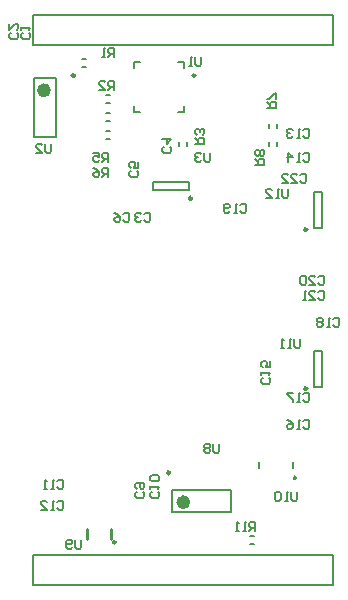
<source format=gbo>
%FSLAX24Y24*%
%MOIN*%
G70*
G01*
G75*
G04 Layer_Color=32896*
%ADD10R,0.0276X0.0354*%
%ADD11R,0.0315X0.0354*%
%ADD12R,0.0354X0.0276*%
%ADD13R,0.0170X0.0520*%
%ADD14R,0.0520X0.0170*%
%ADD15R,0.0217X0.0512*%
%ADD16R,0.0354X0.0315*%
%ADD17R,0.0236X0.0591*%
%ADD18R,0.0413X0.0476*%
%ADD19R,0.1575X0.0709*%
%ADD20C,0.0150*%
%ADD21C,0.0120*%
%ADD22C,0.0300*%
%ADD23C,0.1063*%
%ADD24C,0.0630*%
%ADD25C,0.0472*%
%ADD26C,0.0591*%
%ADD27R,0.0591X0.0591*%
%ADD28C,0.0661*%
%ADD29R,0.0591X0.0591*%
%ADD30C,0.0320*%
%ADD31C,0.0260*%
%ADD32C,0.0236*%
%ADD33C,0.0400*%
%ADD34R,0.0512X0.0217*%
%ADD35O,0.0866X0.0236*%
%ADD36O,0.0374X0.0138*%
%ADD37O,0.0138X0.0374*%
%ADD38R,0.0866X0.0866*%
%ADD39O,0.0236X0.0866*%
%ADD40R,0.0160X0.0255*%
%ADD41C,0.0160*%
%ADD42C,0.0100*%
%ADD43C,0.0098*%
%ADD44C,0.0079*%
%ADD45C,0.0060*%
%ADD46C,0.0050*%
%ADD47C,0.0080*%
%ADD48R,0.0336X0.0414*%
%ADD49R,0.0375X0.0414*%
%ADD50R,0.0414X0.0336*%
%ADD51R,0.0230X0.0580*%
%ADD52R,0.0580X0.0230*%
%ADD53R,0.0277X0.0572*%
%ADD54R,0.0414X0.0375*%
%ADD55R,0.0296X0.0651*%
%ADD56R,0.0473X0.0536*%
%ADD57R,0.1635X0.0769*%
%ADD58C,0.1123*%
%ADD59C,0.0690*%
%ADD60C,0.0532*%
%ADD61C,0.0651*%
%ADD62R,0.0651X0.0651*%
%ADD63C,0.0721*%
%ADD64R,0.0651X0.0651*%
%ADD65C,0.0060*%
%ADD66C,0.0120*%
%ADD67C,0.0200*%
%ADD68R,0.0572X0.0277*%
%ADD69O,0.0926X0.0296*%
%ADD70O,0.0434X0.0198*%
%ADD71O,0.0198X0.0434*%
%ADD72R,0.0926X0.0926*%
%ADD73O,0.0296X0.0926*%
%ADD74R,0.0220X0.0315*%
%ADD75C,0.0036*%
%ADD76C,0.0236*%
D42*
X10269Y4067D02*
G03*
X10269Y4067I-39J0D01*
G01*
X4251Y1924D02*
G03*
X4251Y1924I-39J0D01*
G01*
X4094Y2043D02*
Y2357D01*
X3306Y2043D02*
Y2357D01*
D43*
X10636Y7050D02*
G03*
X10636Y7050I-49J0D01*
G01*
Y12350D02*
G03*
X10636Y12350I-49J0D01*
G01*
X6799Y13387D02*
G03*
X6799Y13387I-49J0D01*
G01*
X2894Y17485D02*
G03*
X2894Y17485I-49J0D01*
G01*
X6911Y17484D02*
G03*
X6911Y17484I-49J0D01*
G01*
X6065Y4245D02*
G03*
X6065Y4245I-49J0D01*
G01*
D44*
X11138Y7090D02*
Y8310D01*
X10862Y7090D02*
Y8310D01*
X11138D01*
X10862Y7090D02*
X11138D01*
Y12390D02*
Y13610D01*
X10862Y12390D02*
Y13610D01*
X11138D01*
X10862Y12390D02*
X11138D01*
X9638Y15121D02*
Y15279D01*
X9362Y15121D02*
Y15279D01*
X9638Y15721D02*
Y15879D01*
X9362Y15721D02*
Y15879D01*
X3921Y16562D02*
X4079D01*
X3921Y16838D02*
X4079D01*
X3921Y15638D02*
X4079D01*
X3921Y15362D02*
X4079D01*
X3921Y16238D02*
X4079D01*
X3921Y15962D02*
X4079D01*
X6362Y15121D02*
Y15279D01*
X6638Y15121D02*
Y15279D01*
X5490Y13938D02*
X6710D01*
X5490Y13662D02*
X6710D01*
X5490D02*
Y13938D01*
X6710Y13662D02*
Y13938D01*
X3121Y17762D02*
X3279D01*
X3121Y18038D02*
X3279D01*
X2254Y15416D02*
Y17384D01*
X1546Y15416D02*
Y17384D01*
X2254D01*
X1546Y15416D02*
X2254D01*
X6527Y17720D02*
Y17927D01*
X6320D02*
X6527D01*
X4873D02*
X5080D01*
X4873Y17720D02*
Y17927D01*
Y16273D02*
Y16480D01*
Y16273D02*
X5080D01*
X6320D02*
X6527D01*
Y16480D01*
X8721Y2138D02*
X8879D01*
X8721Y1862D02*
X8879D01*
X6116Y3654D02*
X8084D01*
X6116Y2946D02*
X8084D01*
X6116D02*
Y3654D01*
X8084Y2946D02*
Y3654D01*
D45*
X9030Y4412D02*
Y4588D01*
X10170Y4412D02*
Y4588D01*
D46*
X1488Y1500D02*
X11500D01*
X1488Y500D02*
X11500D01*
Y1500D01*
X1488Y500D02*
Y1500D01*
Y19500D02*
X11500D01*
X1488Y18500D02*
X11500D01*
Y19500D01*
X1488Y18500D02*
Y19500D01*
X1350Y18900D02*
X1400Y18850D01*
Y18750D01*
X1350Y18700D01*
X1150D01*
X1100Y18750D01*
Y18850D01*
X1150Y18900D01*
X1100Y19000D02*
Y19100D01*
Y19050D01*
X1400D01*
X1350Y19000D01*
X950Y18900D02*
X1000Y18850D01*
Y18750D01*
X950Y18700D01*
X750D01*
X700Y18750D01*
Y18850D01*
X750Y18900D01*
X700Y19200D02*
Y19000D01*
X900Y19200D01*
X950D01*
X1000Y19150D01*
Y19050D01*
X950Y19000D01*
X5200Y12850D02*
X5250Y12900D01*
X5350D01*
X5400Y12850D01*
Y12650D01*
X5350Y12600D01*
X5250D01*
X5200Y12650D01*
X5100Y12850D02*
X5050Y12900D01*
X4950D01*
X4900Y12850D01*
Y12800D01*
X4950Y12750D01*
X5000D01*
X4950D01*
X4900Y12700D01*
Y12650D01*
X4950Y12600D01*
X5050D01*
X5100Y12650D01*
X6050Y15100D02*
X6100Y15050D01*
Y14950D01*
X6050Y14900D01*
X5850D01*
X5800Y14950D01*
Y15050D01*
X5850Y15100D01*
X5800Y15350D02*
X6100D01*
X5950Y15200D01*
Y15400D01*
X4950Y14300D02*
X5000Y14250D01*
Y14150D01*
X4950Y14100D01*
X4750D01*
X4700Y14150D01*
Y14250D01*
X4750Y14300D01*
X5000Y14600D02*
Y14400D01*
X4850D01*
X4900Y14500D01*
Y14550D01*
X4850Y14600D01*
X4750D01*
X4700Y14550D01*
Y14450D01*
X4750Y14400D01*
X4500Y12850D02*
X4550Y12900D01*
X4650D01*
X4700Y12850D01*
Y12650D01*
X4650Y12600D01*
X4550D01*
X4500Y12650D01*
X4200Y12900D02*
X4300Y12850D01*
X4400Y12750D01*
Y12650D01*
X4350Y12600D01*
X4250D01*
X4200Y12650D01*
Y12700D01*
X4250Y12750D01*
X4400D01*
X5150Y3600D02*
X5200Y3550D01*
Y3450D01*
X5150Y3400D01*
X4950D01*
X4900Y3450D01*
Y3550D01*
X4950Y3600D01*
Y3700D02*
X4900Y3750D01*
Y3850D01*
X4950Y3900D01*
X5150D01*
X5200Y3850D01*
Y3750D01*
X5150Y3700D01*
X5100D01*
X5050Y3750D01*
Y3900D01*
X5650Y3600D02*
X5700Y3550D01*
Y3450D01*
X5650Y3400D01*
X5450D01*
X5400Y3450D01*
Y3550D01*
X5450Y3600D01*
X5400Y3700D02*
Y3800D01*
Y3750D01*
X5700D01*
X5650Y3700D01*
Y3950D02*
X5700Y4000D01*
Y4100D01*
X5650Y4150D01*
X5450D01*
X5400Y4100D01*
Y4000D01*
X5450Y3950D01*
X5650D01*
X2300Y3950D02*
X2350Y4000D01*
X2450D01*
X2500Y3950D01*
Y3750D01*
X2450Y3700D01*
X2350D01*
X2300Y3750D01*
X2200Y3700D02*
X2100D01*
X2150D01*
Y4000D01*
X2200Y3950D01*
X1950Y3700D02*
X1850D01*
X1900D01*
Y4000D01*
X1950Y3950D01*
X2300Y3250D02*
X2350Y3300D01*
X2450D01*
X2500Y3250D01*
Y3050D01*
X2450Y3000D01*
X2350D01*
X2300Y3050D01*
X2200Y3000D02*
X2100D01*
X2150D01*
Y3300D01*
X2200Y3250D01*
X1750Y3000D02*
X1950D01*
X1750Y3200D01*
Y3250D01*
X1800Y3300D01*
X1900D01*
X1950Y3250D01*
X10500Y15650D02*
X10550Y15700D01*
X10650D01*
X10700Y15650D01*
Y15450D01*
X10650Y15400D01*
X10550D01*
X10500Y15450D01*
X10400Y15400D02*
X10300D01*
X10350D01*
Y15700D01*
X10400Y15650D01*
X10150D02*
X10100Y15700D01*
X10000D01*
X9950Y15650D01*
Y15600D01*
X10000Y15550D01*
X10050D01*
X10000D01*
X9950Y15500D01*
Y15450D01*
X10000Y15400D01*
X10100D01*
X10150Y15450D01*
X10500Y14850D02*
X10550Y14900D01*
X10650D01*
X10700Y14850D01*
Y14650D01*
X10650Y14600D01*
X10550D01*
X10500Y14650D01*
X10400Y14600D02*
X10300D01*
X10350D01*
Y14900D01*
X10400Y14850D01*
X10000Y14600D02*
Y14900D01*
X10150Y14750D01*
X9950D01*
X9350Y7400D02*
X9400Y7350D01*
Y7250D01*
X9350Y7200D01*
X9150D01*
X9100Y7250D01*
Y7350D01*
X9150Y7400D01*
X9100Y7500D02*
Y7600D01*
Y7550D01*
X9400D01*
X9350Y7500D01*
X9400Y7950D02*
Y7750D01*
X9250D01*
X9300Y7850D01*
Y7900D01*
X9250Y7950D01*
X9150D01*
X9100Y7900D01*
Y7800D01*
X9150Y7750D01*
X10500Y5950D02*
X10550Y6000D01*
X10650D01*
X10700Y5950D01*
Y5750D01*
X10650Y5700D01*
X10550D01*
X10500Y5750D01*
X10400Y5700D02*
X10300D01*
X10350D01*
Y6000D01*
X10400Y5950D01*
X9950Y6000D02*
X10050Y5950D01*
X10150Y5850D01*
Y5750D01*
X10100Y5700D01*
X10000D01*
X9950Y5750D01*
Y5800D01*
X10000Y5850D01*
X10150D01*
X10500Y6850D02*
X10550Y6900D01*
X10650D01*
X10700Y6850D01*
Y6650D01*
X10650Y6600D01*
X10550D01*
X10500Y6650D01*
X10400Y6600D02*
X10300D01*
X10350D01*
Y6900D01*
X10400Y6850D01*
X10150Y6900D02*
X9950D01*
Y6850D01*
X10150Y6650D01*
Y6600D01*
X11500Y9350D02*
X11550Y9400D01*
X11650D01*
X11700Y9350D01*
Y9150D01*
X11650Y9100D01*
X11550D01*
X11500Y9150D01*
X11400Y9100D02*
X11300D01*
X11350D01*
Y9400D01*
X11400Y9350D01*
X11150D02*
X11100Y9400D01*
X11000D01*
X10950Y9350D01*
Y9300D01*
X11000Y9250D01*
X10950Y9200D01*
Y9150D01*
X11000Y9100D01*
X11100D01*
X11150Y9150D01*
Y9200D01*
X11100Y9250D01*
X11150Y9300D01*
Y9350D01*
X11100Y9250D02*
X11000D01*
X8400Y13150D02*
X8450Y13200D01*
X8550D01*
X8600Y13150D01*
Y12950D01*
X8550Y12900D01*
X8450D01*
X8400Y12950D01*
X8300Y12900D02*
X8200D01*
X8250D01*
Y13200D01*
X8300Y13150D01*
X8050Y12950D02*
X8000Y12900D01*
X7900D01*
X7850Y12950D01*
Y13150D01*
X7900Y13200D01*
X8000D01*
X8050Y13150D01*
Y13100D01*
X8000Y13050D01*
X7850D01*
X11000Y10750D02*
X11050Y10800D01*
X11150D01*
X11200Y10750D01*
Y10550D01*
X11150Y10500D01*
X11050D01*
X11000Y10550D01*
X10700Y10500D02*
X10900D01*
X10700Y10700D01*
Y10750D01*
X10750Y10800D01*
X10850D01*
X10900Y10750D01*
X10600D02*
X10550Y10800D01*
X10450D01*
X10400Y10750D01*
Y10550D01*
X10450Y10500D01*
X10550D01*
X10600Y10550D01*
Y10750D01*
X11000Y10250D02*
X11050Y10300D01*
X11150D01*
X11200Y10250D01*
Y10050D01*
X11150Y10000D01*
X11050D01*
X11000Y10050D01*
X10700Y10000D02*
X10900D01*
X10700Y10200D01*
Y10250D01*
X10750Y10300D01*
X10850D01*
X10900Y10250D01*
X10600Y10000D02*
X10500D01*
X10550D01*
Y10300D01*
X10600Y10250D01*
X10400Y14150D02*
X10450Y14200D01*
X10550D01*
X10600Y14150D01*
Y13950D01*
X10550Y13900D01*
X10450D01*
X10400Y13950D01*
X10100Y13900D02*
X10300D01*
X10100Y14100D01*
Y14150D01*
X10150Y14200D01*
X10250D01*
X10300Y14150D01*
X9800Y13900D02*
X10000D01*
X9800Y14100D01*
Y14150D01*
X9850Y14200D01*
X9950D01*
X10000Y14150D01*
X4200Y18100D02*
Y18400D01*
X4050D01*
X4000Y18350D01*
Y18250D01*
X4050Y18200D01*
X4200D01*
X4100D02*
X4000Y18100D01*
X3900D02*
X3800D01*
X3850D01*
Y18400D01*
X3900Y18350D01*
X4200Y17000D02*
Y17300D01*
X4050D01*
X4000Y17250D01*
Y17150D01*
X4050Y17100D01*
X4200D01*
X4100D02*
X4000Y17000D01*
X3700D02*
X3900D01*
X3700Y17200D01*
Y17250D01*
X3750Y17300D01*
X3850D01*
X3900Y17250D01*
X6900Y15200D02*
X7200D01*
Y15350D01*
X7150Y15400D01*
X7050D01*
X7000Y15350D01*
Y15200D01*
Y15300D02*
X6900Y15400D01*
X7150Y15500D02*
X7200Y15550D01*
Y15650D01*
X7150Y15700D01*
X7100D01*
X7050Y15650D01*
Y15600D01*
Y15650D01*
X7000Y15700D01*
X6950D01*
X6900Y15650D01*
Y15550D01*
X6950Y15500D01*
X4000Y14600D02*
Y14900D01*
X3850D01*
X3800Y14850D01*
Y14750D01*
X3850Y14700D01*
X4000D01*
X3900D02*
X3800Y14600D01*
X3500Y14900D02*
X3700D01*
Y14750D01*
X3600Y14800D01*
X3550D01*
X3500Y14750D01*
Y14650D01*
X3550Y14600D01*
X3650D01*
X3700Y14650D01*
X4000Y14100D02*
Y14400D01*
X3850D01*
X3800Y14350D01*
Y14250D01*
X3850Y14200D01*
X4000D01*
X3900D02*
X3800Y14100D01*
X3500Y14400D02*
X3600Y14350D01*
X3700Y14250D01*
Y14150D01*
X3650Y14100D01*
X3550D01*
X3500Y14150D01*
Y14200D01*
X3550Y14250D01*
X3700D01*
X9300Y16400D02*
X9600D01*
Y16550D01*
X9550Y16600D01*
X9450D01*
X9400Y16550D01*
Y16400D01*
Y16500D02*
X9300Y16600D01*
X9600Y16700D02*
Y16900D01*
X9550D01*
X9350Y16700D01*
X9300D01*
X8900Y14500D02*
X9200D01*
Y14650D01*
X9150Y14700D01*
X9050D01*
X9000Y14650D01*
Y14500D01*
Y14600D02*
X8900Y14700D01*
X9150Y14800D02*
X9200Y14850D01*
Y14950D01*
X9150Y15000D01*
X9100D01*
X9050Y14950D01*
X9000Y15000D01*
X8950D01*
X8900Y14950D01*
Y14850D01*
X8950Y14800D01*
X9000D01*
X9050Y14850D01*
X9100Y14800D01*
X9150D01*
X9050Y14850D02*
Y14950D01*
X8900Y2300D02*
Y2600D01*
X8750D01*
X8700Y2550D01*
Y2450D01*
X8750Y2400D01*
X8900D01*
X8800D02*
X8700Y2300D01*
X8600D02*
X8500D01*
X8550D01*
Y2600D01*
X8600Y2550D01*
X8350Y2300D02*
X8250D01*
X8300D01*
Y2600D01*
X8350Y2550D01*
X7100Y18100D02*
Y17850D01*
X7050Y17800D01*
X6950D01*
X6900Y17850D01*
Y18100D01*
X6800Y17800D02*
X6700D01*
X6750D01*
Y18100D01*
X6800Y18050D01*
X2100Y15200D02*
Y14950D01*
X2050Y14900D01*
X1950D01*
X1900Y14950D01*
Y15200D01*
X1600Y14900D02*
X1800D01*
X1600Y15100D01*
Y15150D01*
X1650Y15200D01*
X1750D01*
X1800Y15150D01*
X7400Y14900D02*
Y14650D01*
X7350Y14600D01*
X7250D01*
X7200Y14650D01*
Y14900D01*
X7100Y14850D02*
X7050Y14900D01*
X6950D01*
X6900Y14850D01*
Y14800D01*
X6950Y14750D01*
X7000D01*
X6950D01*
X6900Y14700D01*
Y14650D01*
X6950Y14600D01*
X7050D01*
X7100Y14650D01*
X7700Y5200D02*
Y4950D01*
X7650Y4900D01*
X7550D01*
X7500Y4950D01*
Y5200D01*
X7400Y5150D02*
X7350Y5200D01*
X7250D01*
X7200Y5150D01*
Y5100D01*
X7250Y5050D01*
X7200Y5000D01*
Y4950D01*
X7250Y4900D01*
X7350D01*
X7400Y4950D01*
Y5000D01*
X7350Y5050D01*
X7400Y5100D01*
Y5150D01*
X7350Y5050D02*
X7250D01*
X3100Y2000D02*
Y1750D01*
X3050Y1700D01*
X2950D01*
X2900Y1750D01*
Y2000D01*
X2800Y1750D02*
X2750Y1700D01*
X2650D01*
X2600Y1750D01*
Y1950D01*
X2650Y2000D01*
X2750D01*
X2800Y1950D01*
Y1900D01*
X2750Y1850D01*
X2600D01*
X10300Y3600D02*
Y3350D01*
X10250Y3300D01*
X10150D01*
X10100Y3350D01*
Y3600D01*
X10000Y3300D02*
X9900D01*
X9950D01*
Y3600D01*
X10000Y3550D01*
X9750D02*
X9700Y3600D01*
X9600D01*
X9550Y3550D01*
Y3350D01*
X9600Y3300D01*
X9700D01*
X9750Y3350D01*
Y3550D01*
X10400Y8700D02*
Y8450D01*
X10350Y8400D01*
X10250D01*
X10200Y8450D01*
Y8700D01*
X10100Y8400D02*
X10000D01*
X10050D01*
Y8700D01*
X10100Y8650D01*
X9850Y8400D02*
X9750D01*
X9800D01*
Y8700D01*
X9850Y8650D01*
X10000Y13700D02*
Y13450D01*
X9950Y13400D01*
X9850D01*
X9800Y13450D01*
Y13700D01*
X9700Y13400D02*
X9600D01*
X9650D01*
Y13700D01*
X9700Y13650D01*
X9250Y13400D02*
X9450D01*
X9250Y13600D01*
Y13650D01*
X9300Y13700D01*
X9400D01*
X9450Y13650D01*
D76*
X1979Y16991D02*
G03*
X1979Y16991I-118J0D01*
G01*
X6628Y3261D02*
G03*
X6628Y3261I-118J0D01*
G01*
M02*

</source>
